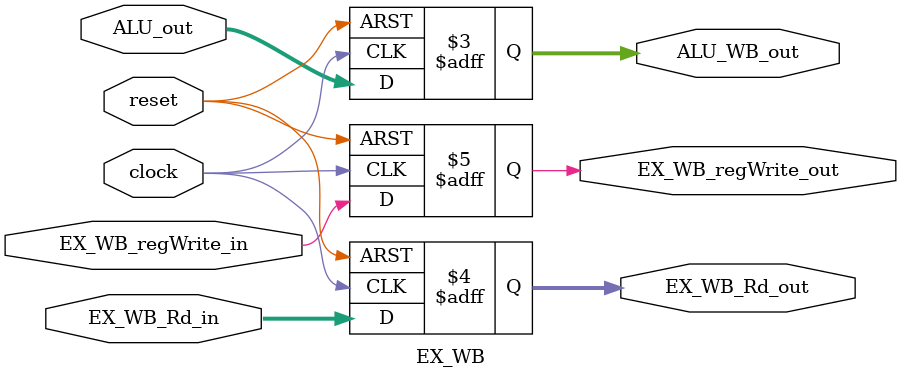
<source format=v>
module EX_WB(input clock,input reset,
  input [7:0] ALU_out,
  input [2:0] EX_WB_Rd_in,
  input EX_WB_regWrite_in, 
  output reg [7:0] ALU_WB_out,
  output reg [2:0] EX_WB_Rd_out,
  output reg EX_WB_regWrite_out);
  
  always@(posedge clock,negedge reset)
  begin
    if(reset==0)
      begin
		EX_WB_regWrite_out=1'b0;
		{ALU_WB_out, EX_WB_Rd_out} <= 11'b0;
      end
    else
      begin
        {EX_WB_regWrite_out} <= {EX_WB_regWrite_in};
        {ALU_WB_out,EX_WB_Rd_out} <= {ALU_out,EX_WB_Rd_in};
      end
  end
endmodule
        
      
</source>
